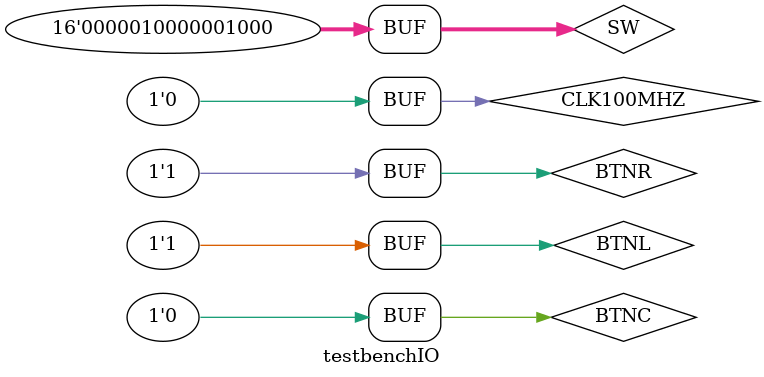
<source format=sv>
`timescale 1ns / 1ps


module testbenchIO( );
logic CLK100MHZ,BTNC;
logic BTNL,BTNR;
logic [15:0]SW;
logic [7:0] AN;
logic [6:0]A2G;

top dut(CLK100MHZ,BTNC,BTNL,BTNR,SW,AN,A2G
);

initial begin
    #0;BTNC<=1;
    #2;BTNC<=0;
    #2;BTNL<=1;BTNR<=1;
    #2;SW<=16'b0000_0100_0000_1000;
end
always begin
    CLK100MHZ<=1;#5;CLK100MHZ<=0;#5;end
endmodule

</source>
